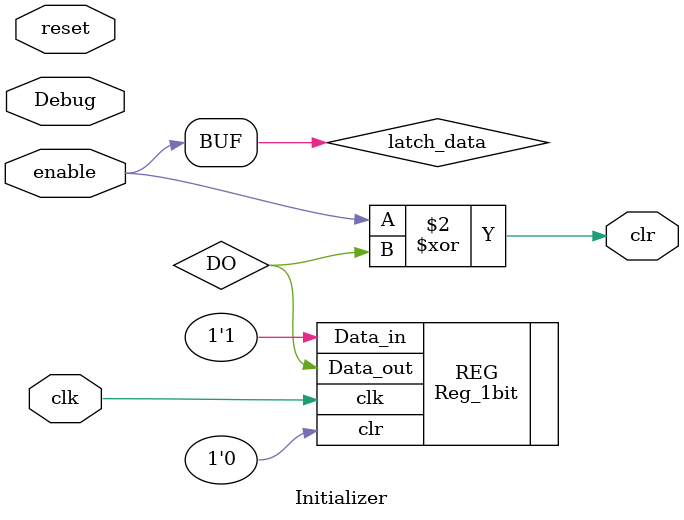
<source format=sv>
module RV32IA(inst,PC_out,clk_in,enable,inst_fetc,reset);

input [31:0] inst;//inst(instruction to drive the cpu)
input clk_in,enable,reset;
output[31:0] PC_out;
output inst_fetc;
logic [31:0] PC;
logic [3:0] operation;//operation({func_7 merge with forced signed "1", funct_3[2:0]})
logic [1:0] ALUop,WB_Mux_sel,ALU_SRC_B;//ALUop( to use as the indicator for the ALU_control to decide what would happen to the ALU outside the ALU instructions)
logic [6:0] opcode;//opcode(operation code field)
logic [31:0]ALU_out,
				imm,
				imm_out,
				MUX_OUT,
				Write_Data_mem,
				Read_Data_mem,
				complete_Read_Data_mem;//ALU_out(the result calculated by the integer ALU),imm(the immediate value generated by imm_gen module)

logic [31:0]ALU_in_rs1,
				ALU_in_rs2,
				ALU_SRC_B_MUX,
				ALU_SRC_A_MUX;//ALU_in_rs1(read the value from register 1 then wired to the A port of the ALU),ALU_in_rs2(read the value from register 2 then wired to the B port of the ALU)

logic [4:0] RS1,
				RS2,
				RSD;

logic clr,
		Reg_Write,
		Mem_Write,
		Mem_Read,
		ALU_SRC_A,
		PC_Write,
		Branch,
		more,even,less,
		done,
		Debug,clock_ctrl,clr_ctrl,Debug_signal,clk;

///* test 

	ALU_control ALU_ctrl(
								.opcode(inst[6:0]),
								.funct_7(inst[31:25]),
								.funct_3(inst[14:12]),
								.ALUop(ALUop),
								.operation(operation)
								);		

	ALU ALU(
				.result(ALU_out),
				.operation(operation),
				.a(ALU_SRC_A_MUX),
				.b(ALU_SRC_B_MUX),
				.More(more),
				.Even(even),
				.Less(less)
				);				

	MUX4 ALU_src_B_MUX(
						.sel(ALU_SRC_B),
						.in1(ALU_in_rs2),
						.in2(32'h4),
						.in3(imm),
						.in4(imm_out),
						.MUX_OUT(ALU_SRC_B_MUX)
						);
	MUX2 ALU_src_A_MUX(
							.sel(ALU_SRC_A),
							.in1(PC),
							.in2(ALU_in_rs1),
							.out(ALU_SRC_A_MUX)
						);			
						
	Reg_32bit PC_register(
									.enable(1'b1),
									.choose(1'b1),
									.clr(clr|Debug_signal),
									.clk(PC_Write),
									.Data_in(ALU_out),
									.Data_out(PC)// (current PC) 
									);	
	//assign clock_ctrl = ~Debug_signal?PC_Write:1'b0;
	
	assign PC_out = PC;
									
	Initializer Init(.clk(clk),.enable(enable),.Debug(Debug),.clr(clr),.reset(reset));//Initializing the cpu, or halting/return the cpu to debug mode.
									
	Register_file Reg_file(
									.RS1(RS1),
									.RS2(RS2),
									.RSD(RSD),
									.Data_in(MUX_OUT),
									.clr(clr),
									.Reg_Write(Reg_Write),
									.RD1(ALU_in_rs1),
									.RD2(ALU_in_rs2)
									);		
							
	MUX4  			WBMUX(	.sel(WB_Mux_sel),// write back to register
									.in1(ALU_out),
									.in2(imm),
									.in3(complete_Read_Data_mem),
									.in4(),
									.MUX_OUT(MUX_OUT)
									);

	imm_gen IMM_GEN(
						.inst(inst[31:0]),
						.result(imm)
						);
	
	branch Br(
					.funct_3(inst[14:12]),
					.branch(Branch),
					.more(more),
					.even(even),
					.less(less),
					.imm_in(imm),
					.imm_out(imm_out)
				);


	instruction_decoder inst_decode(
												.inst(inst),
												.opcode(opcode),
												.RS1(RS1),
												.RS2(RS2),
												.RSD(RSD)
												);			
												
	

	control ctrl(
						.opcode(inst[6:0]),
						.ebreak(inst[31:20]),
						.WB_Mux_sel(WB_Mux_sel),
						.Branch(Branch),
						.ALUop(ALUop),
						.ALU_src_A(ALU_SRC_A),
						.ALU_src_B(ALU_SRC_B),
						.Reg_Write(Reg_Write),
						.Mem_Read(Mem_Read),
						.Mem_Write(Mem_Write),
						.PC_Write(PC_Write),
						.clk(clk),//problem not fix here(suggestion should add a latch to be able to unlatch the Debug )
						.Debug(Debug),
						.reset(clr|Debug_signal),//problem not fix here(suggestion should add a latch to be able to unlatch the Debug )
						.done(done)
						);
	
	assign clk = clk_in|Debug_signal;//block clk signal when Debug is raised
	
	//assign 
	///*
	always @(*)
	begin
		if(enable) Debug_signal <= Debug;
		else Debug_signal <= 'h0;
	end
	//*/
	assign inst_fetc = done & enable ;// done is when control unit is at state=0, enable is when the reset is on

	Data_Memory DMEM(
							.Write_Data(Write_Data_mem),
							.Address(ALU_out),
							.Mem_Read(Mem_Read),
							.Mem_Write(Mem_Write),
							.Read_Data(Read_Data_mem)
							);
	LD_ST_data_complete data_Read_Write_converter(
																	.opcode(inst[6:0]),
																	.funct_3(inst[14:12]),
																	.Read_Data_mem(Read_Data_mem),
																	.Write_Data_mem(ALU_in_rs2),
																	.complete_Read_Data_mem(complete_Read_Data_mem),
																	.complete_Write_Data_mem(Write_Data_mem)
																	);
//*/
		

endmodule 

//======================================================
//======================================================	
module MUX2(sel,in1,in2,out);
input sel;
input [31:0] in1,in2;
output[31:0] out;

generate
		genvar i;
	for(i=0;i<32;i++)begin : mux2
			assign out[i] = sel? in2[i]:in1[i];
	end
endgenerate

endmodule 
//======================================================
//======================================================
module MUX2_5bits(sel,in1,in2,out);
input sel;
input [4:0] in1,in2;
output[4:0] out;

	generate
			genvar i;
		for(i=0;i<5;i++)begin : mux2_5bits
				assign out[i] = sel? in2[i]:in1[i];
		end
	endgenerate

endmodule 
//======================================================
//======================================================
module Initializer(clk,enable,Debug,clr,reset);
	input enable,clk,Debug,reset;
	logic DO,latch_data;
	output clr;
	//we exploit the register characteristic of initial rising edge when clr is set to "0" the 'DO' get reset to "0"  
	//then clk rising edge update the DO to "0"
	///*
		Reg_1bit REG(
						.clr(1'b0),
						.clk(clk),
						.Data_in(1'b1),
						.Data_out(DO)
						);
	//*/
	always @(*)
	begin
			latch_data = enable; //enable=1 is clr,=0 is not clr, Debug=1 is clr,=0 is not clr  
	end
	assign clr = (latch_data ^ DO);

endmodule 


</source>
